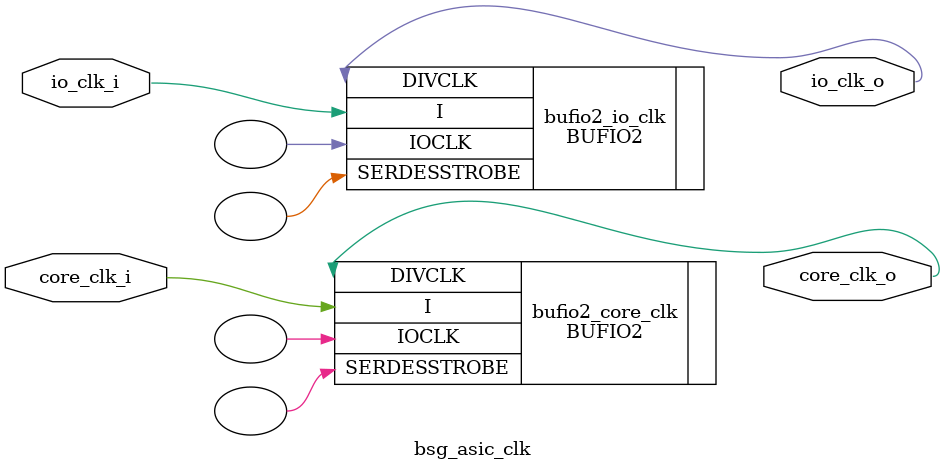
<source format=v>
module bsg_asic_clk
  (input core_clk_i
  ,input io_clk_i
  ,output core_clk_o
  ,output io_clk_o);

  BUFIO2 #
    (.DIVIDE(1)
    ,.I_INVERT("FALSE")
    ,.DIVIDE_BYPASS("TRUE")
    ,.USE_DOUBLER("FALSE"))
  bufio2_core_clk
    (.I(core_clk_i)
    ,.DIVCLK(core_clk_o)
    ,.IOCLK()
    ,.SERDESSTROBE());

  BUFIO2 #
    (.DIVIDE(1)
    ,.I_INVERT("FALSE")
    ,.DIVIDE_BYPASS("TRUE")
    ,.USE_DOUBLER("FALSE"))
  bufio2_io_clk
    (.I(io_clk_i)
    ,.DIVCLK(io_clk_o)
    ,.IOCLK()
    ,.SERDESSTROBE());

endmodule

</source>
